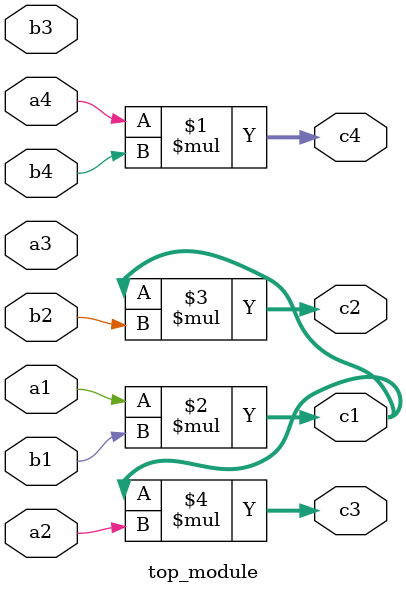
<source format=v>
module top_module
(
    
    input a1,a2,b1,b2,a3,b3,a4,b4,
    output [1:0] c1,c4,
    output [3:0] c2,c3
   
);
  assign c4 = a4*b4;
  assign c1 = a1*b1;
  assign c2 = c1*b2;
  assign c3 = c1*a2; 
endmodule

</source>
